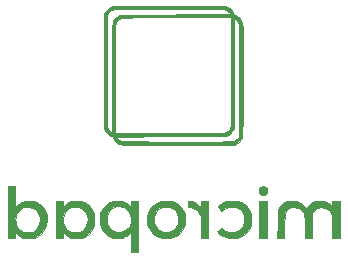
<source format=gbr>
%TF.GenerationSoftware,KiCad,Pcbnew,5.1.9-73d0e3b20d~88~ubuntu20.10.1*%
%TF.CreationDate,2020-12-26T08:06:31-06:00*%
%TF.ProjectId,micropad,6d696372-6f70-4616-942e-6b696361645f,rev?*%
%TF.SameCoordinates,Original*%
%TF.FileFunction,Legend,Bot*%
%TF.FilePolarity,Positive*%
%FSLAX46Y46*%
G04 Gerber Fmt 4.6, Leading zero omitted, Abs format (unit mm)*
G04 Created by KiCad (PCBNEW 5.1.9-73d0e3b20d~88~ubuntu20.10.1) date 2020-12-26 08:06:31*
%MOMM*%
%LPD*%
G01*
G04 APERTURE LIST*
%ADD10C,0.010000*%
G04 APERTURE END LIST*
D10*
%TO.C,G\u002A\u002A\u002A*%
G36*
X49276000Y-76575920D02*
G01*
X49147477Y-76425769D01*
X49024147Y-76311657D01*
X48860272Y-76201335D01*
X48776136Y-76156166D01*
X48669262Y-76105352D01*
X48581304Y-76071459D01*
X48492836Y-76051069D01*
X48384435Y-76040763D01*
X48236676Y-76037125D01*
X48097302Y-76036714D01*
X47905643Y-76038119D01*
X47767543Y-76044249D01*
X47664014Y-76057971D01*
X47576067Y-76082157D01*
X47484714Y-76119676D01*
X47453802Y-76133962D01*
X47180994Y-76300349D01*
X46954990Y-76518578D01*
X46779829Y-76781859D01*
X46659551Y-77083402D01*
X46598194Y-77416416D01*
X46590858Y-77584694D01*
X46620438Y-77944649D01*
X46707655Y-78267592D01*
X46850225Y-78549505D01*
X47045861Y-78786371D01*
X47292279Y-78974172D01*
X47419673Y-79041862D01*
X47545444Y-79096727D01*
X47657012Y-79132112D01*
X47779441Y-79153252D01*
X47937795Y-79165386D01*
X48029966Y-79169399D01*
X48240723Y-79172673D01*
X48400558Y-79162842D01*
X48530225Y-79138165D01*
X48579676Y-79123290D01*
X48787767Y-79033559D01*
X48979365Y-78913278D01*
X49132194Y-78777647D01*
X49187133Y-78708791D01*
X49276000Y-78578010D01*
X49276000Y-80336571D01*
X49856572Y-80336571D01*
X49856572Y-77573613D01*
X49245444Y-77573613D01*
X49215711Y-77872532D01*
X49127404Y-78130300D01*
X48981860Y-78344845D01*
X48780416Y-78514097D01*
X48570127Y-78619311D01*
X48428190Y-78651801D01*
X48247243Y-78662899D01*
X48057527Y-78652918D01*
X47889284Y-78622165D01*
X47856218Y-78611987D01*
X47638051Y-78502784D01*
X47458855Y-78335505D01*
X47315345Y-78108007D01*
X47255137Y-77975279D01*
X47220747Y-77862368D01*
X47205321Y-77737697D01*
X47201985Y-77585794D01*
X47209934Y-77389069D01*
X47236615Y-77237214D01*
X47276657Y-77125038D01*
X47417180Y-76874994D01*
X47590596Y-76689059D01*
X47799937Y-76565201D01*
X48048232Y-76501388D01*
X48221768Y-76491082D01*
X48461959Y-76509127D01*
X48657446Y-76566956D01*
X48828710Y-76672460D01*
X48930608Y-76764169D01*
X49096030Y-76973944D01*
X49199293Y-77213336D01*
X49243328Y-77489885D01*
X49245444Y-77573613D01*
X49856572Y-77573613D01*
X49856572Y-76018571D01*
X49276000Y-76018571D01*
X49276000Y-76575920D01*
G37*
X49276000Y-76575920D02*
X49147477Y-76425769D01*
X49024147Y-76311657D01*
X48860272Y-76201335D01*
X48776136Y-76156166D01*
X48669262Y-76105352D01*
X48581304Y-76071459D01*
X48492836Y-76051069D01*
X48384435Y-76040763D01*
X48236676Y-76037125D01*
X48097302Y-76036714D01*
X47905643Y-76038119D01*
X47767543Y-76044249D01*
X47664014Y-76057971D01*
X47576067Y-76082157D01*
X47484714Y-76119676D01*
X47453802Y-76133962D01*
X47180994Y-76300349D01*
X46954990Y-76518578D01*
X46779829Y-76781859D01*
X46659551Y-77083402D01*
X46598194Y-77416416D01*
X46590858Y-77584694D01*
X46620438Y-77944649D01*
X46707655Y-78267592D01*
X46850225Y-78549505D01*
X47045861Y-78786371D01*
X47292279Y-78974172D01*
X47419673Y-79041862D01*
X47545444Y-79096727D01*
X47657012Y-79132112D01*
X47779441Y-79153252D01*
X47937795Y-79165386D01*
X48029966Y-79169399D01*
X48240723Y-79172673D01*
X48400558Y-79162842D01*
X48530225Y-79138165D01*
X48579676Y-79123290D01*
X48787767Y-79033559D01*
X48979365Y-78913278D01*
X49132194Y-78777647D01*
X49187133Y-78708791D01*
X49276000Y-78578010D01*
X49276000Y-80336571D01*
X49856572Y-80336571D01*
X49856572Y-77573613D01*
X49245444Y-77573613D01*
X49215711Y-77872532D01*
X49127404Y-78130300D01*
X48981860Y-78344845D01*
X48780416Y-78514097D01*
X48570127Y-78619311D01*
X48428190Y-78651801D01*
X48247243Y-78662899D01*
X48057527Y-78652918D01*
X47889284Y-78622165D01*
X47856218Y-78611987D01*
X47638051Y-78502784D01*
X47458855Y-78335505D01*
X47315345Y-78108007D01*
X47255137Y-77975279D01*
X47220747Y-77862368D01*
X47205321Y-77737697D01*
X47201985Y-77585794D01*
X47209934Y-77389069D01*
X47236615Y-77237214D01*
X47276657Y-77125038D01*
X47417180Y-76874994D01*
X47590596Y-76689059D01*
X47799937Y-76565201D01*
X48048232Y-76501388D01*
X48221768Y-76491082D01*
X48461959Y-76509127D01*
X48657446Y-76566956D01*
X48828710Y-76672460D01*
X48930608Y-76764169D01*
X49096030Y-76973944D01*
X49199293Y-77213336D01*
X49243328Y-77489885D01*
X49245444Y-77573613D01*
X49856572Y-77573613D01*
X49856572Y-76018571D01*
X49276000Y-76018571D01*
X49276000Y-76575920D01*
G36*
X42889715Y-79175428D02*
G01*
X43470286Y-79175428D01*
X43470286Y-78617043D01*
X43561832Y-78742021D01*
X43743439Y-78930933D01*
X43979886Y-79081404D01*
X44112603Y-79138764D01*
X44278299Y-79180543D01*
X44487679Y-79204568D01*
X44713927Y-79210302D01*
X44930228Y-79197210D01*
X45109766Y-79164755D01*
X45129050Y-79159072D01*
X45414639Y-79033611D01*
X45659295Y-78851573D01*
X45859274Y-78618700D01*
X46010834Y-78340733D01*
X46110232Y-78023413D01*
X46153725Y-77672481D01*
X46155095Y-77601860D01*
X45563247Y-77601860D01*
X45531912Y-77870188D01*
X45524089Y-77902261D01*
X45424342Y-78175614D01*
X45279755Y-78391905D01*
X45090287Y-78551170D01*
X44855893Y-78653441D01*
X44576532Y-78698752D01*
X44502482Y-78701157D01*
X44336569Y-78695888D01*
X44207399Y-78671421D01*
X44080156Y-78620632D01*
X44059598Y-78610559D01*
X43837480Y-78461705D01*
X43665563Y-78266613D01*
X43547523Y-78034741D01*
X43487031Y-77775546D01*
X43487764Y-77498486D01*
X43536651Y-77264522D01*
X43648131Y-77003796D01*
X43805783Y-76796233D01*
X44005187Y-76645259D01*
X44241920Y-76554301D01*
X44488848Y-76526571D01*
X44775434Y-76554897D01*
X45018042Y-76640581D01*
X45218491Y-76784685D01*
X45378599Y-76988269D01*
X45425033Y-77072952D01*
X45528166Y-77340681D01*
X45563247Y-77601860D01*
X46155095Y-77601860D01*
X46155429Y-77584694D01*
X46123657Y-77239038D01*
X46031033Y-76921609D01*
X45881596Y-76639196D01*
X45679386Y-76398589D01*
X45428441Y-76206580D01*
X45292484Y-76133962D01*
X45198631Y-76092711D01*
X45113774Y-76065069D01*
X45019664Y-76048348D01*
X44898048Y-76039866D01*
X44730674Y-76036936D01*
X44631429Y-76036714D01*
X44439130Y-76037709D01*
X44301713Y-76042573D01*
X44201496Y-76054122D01*
X44120799Y-76075175D01*
X44041940Y-76108550D01*
X43978286Y-76140792D01*
X43835480Y-76230538D01*
X43691399Y-76344664D01*
X43624500Y-76408901D01*
X43470286Y-76572932D01*
X43470286Y-76018571D01*
X42889715Y-76018571D01*
X42889715Y-79175428D01*
G37*
X42889715Y-79175428D02*
X43470286Y-79175428D01*
X43470286Y-78617043D01*
X43561832Y-78742021D01*
X43743439Y-78930933D01*
X43979886Y-79081404D01*
X44112603Y-79138764D01*
X44278299Y-79180543D01*
X44487679Y-79204568D01*
X44713927Y-79210302D01*
X44930228Y-79197210D01*
X45109766Y-79164755D01*
X45129050Y-79159072D01*
X45414639Y-79033611D01*
X45659295Y-78851573D01*
X45859274Y-78618700D01*
X46010834Y-78340733D01*
X46110232Y-78023413D01*
X46153725Y-77672481D01*
X46155095Y-77601860D01*
X45563247Y-77601860D01*
X45531912Y-77870188D01*
X45524089Y-77902261D01*
X45424342Y-78175614D01*
X45279755Y-78391905D01*
X45090287Y-78551170D01*
X44855893Y-78653441D01*
X44576532Y-78698752D01*
X44502482Y-78701157D01*
X44336569Y-78695888D01*
X44207399Y-78671421D01*
X44080156Y-78620632D01*
X44059598Y-78610559D01*
X43837480Y-78461705D01*
X43665563Y-78266613D01*
X43547523Y-78034741D01*
X43487031Y-77775546D01*
X43487764Y-77498486D01*
X43536651Y-77264522D01*
X43648131Y-77003796D01*
X43805783Y-76796233D01*
X44005187Y-76645259D01*
X44241920Y-76554301D01*
X44488848Y-76526571D01*
X44775434Y-76554897D01*
X45018042Y-76640581D01*
X45218491Y-76784685D01*
X45378599Y-76988269D01*
X45425033Y-77072952D01*
X45528166Y-77340681D01*
X45563247Y-77601860D01*
X46155095Y-77601860D01*
X46155429Y-77584694D01*
X46123657Y-77239038D01*
X46031033Y-76921609D01*
X45881596Y-76639196D01*
X45679386Y-76398589D01*
X45428441Y-76206580D01*
X45292484Y-76133962D01*
X45198631Y-76092711D01*
X45113774Y-76065069D01*
X45019664Y-76048348D01*
X44898048Y-76039866D01*
X44730674Y-76036936D01*
X44631429Y-76036714D01*
X44439130Y-76037709D01*
X44301713Y-76042573D01*
X44201496Y-76054122D01*
X44120799Y-76075175D01*
X44041940Y-76108550D01*
X43978286Y-76140792D01*
X43835480Y-76230538D01*
X43691399Y-76344664D01*
X43624500Y-76408901D01*
X43470286Y-76572932D01*
X43470286Y-76018571D01*
X42889715Y-76018571D01*
X42889715Y-79175428D01*
G36*
X38862000Y-79175428D02*
G01*
X39442572Y-79175428D01*
X39442572Y-78617043D01*
X39527785Y-78732544D01*
X39705853Y-78918994D01*
X39932634Y-79070487D01*
X40082162Y-79137744D01*
X40250269Y-79180273D01*
X40461789Y-79204670D01*
X40689723Y-79210368D01*
X40907071Y-79196803D01*
X41086833Y-79163409D01*
X41101336Y-79159072D01*
X41386925Y-79033611D01*
X41631581Y-78851573D01*
X41831560Y-78618700D01*
X41983120Y-78340733D01*
X42082518Y-78023413D01*
X42126011Y-77672481D01*
X42127715Y-77584694D01*
X42118408Y-77483438D01*
X41529983Y-77483438D01*
X41529973Y-77716874D01*
X41479417Y-77957677D01*
X41386191Y-78186235D01*
X41258171Y-78382938D01*
X41113192Y-78521234D01*
X40919190Y-78626949D01*
X40693929Y-78685336D01*
X40474768Y-78701157D01*
X40308854Y-78695888D01*
X40179684Y-78671421D01*
X40052442Y-78620632D01*
X40031884Y-78610559D01*
X39808156Y-78459300D01*
X39629409Y-78252958D01*
X39538415Y-78088700D01*
X39495494Y-77969735D01*
X39471829Y-77833124D01*
X39463484Y-77654046D01*
X39463305Y-77615142D01*
X39479381Y-77362701D01*
X39532501Y-77155202D01*
X39630008Y-76971374D01*
X39729236Y-76844668D01*
X39915042Y-76685321D01*
X40136867Y-76579466D01*
X40380635Y-76528090D01*
X40632267Y-76532179D01*
X40877686Y-76592720D01*
X41102814Y-76710699D01*
X41149112Y-76745166D01*
X41273365Y-76876931D01*
X41386214Y-77056684D01*
X41474981Y-77259853D01*
X41526990Y-77461867D01*
X41529983Y-77483438D01*
X42118408Y-77483438D01*
X42095942Y-77239038D01*
X42003318Y-76921609D01*
X41853882Y-76639196D01*
X41651672Y-76398589D01*
X41400727Y-76206580D01*
X41264770Y-76133962D01*
X41168692Y-76091883D01*
X41081717Y-76063999D01*
X40984857Y-76047438D01*
X40859123Y-76039332D01*
X40685527Y-76036810D01*
X40621270Y-76036714D01*
X40433798Y-76037695D01*
X40299468Y-76042917D01*
X40198856Y-76055799D01*
X40112537Y-76079758D01*
X40021087Y-76118212D01*
X39942436Y-76156166D01*
X39769696Y-76257009D01*
X39623226Y-76372005D01*
X39571095Y-76425769D01*
X39442572Y-76575920D01*
X39442572Y-74784857D01*
X38862000Y-74784857D01*
X38862000Y-79175428D01*
G37*
X38862000Y-79175428D02*
X39442572Y-79175428D01*
X39442572Y-78617043D01*
X39527785Y-78732544D01*
X39705853Y-78918994D01*
X39932634Y-79070487D01*
X40082162Y-79137744D01*
X40250269Y-79180273D01*
X40461789Y-79204670D01*
X40689723Y-79210368D01*
X40907071Y-79196803D01*
X41086833Y-79163409D01*
X41101336Y-79159072D01*
X41386925Y-79033611D01*
X41631581Y-78851573D01*
X41831560Y-78618700D01*
X41983120Y-78340733D01*
X42082518Y-78023413D01*
X42126011Y-77672481D01*
X42127715Y-77584694D01*
X42118408Y-77483438D01*
X41529983Y-77483438D01*
X41529973Y-77716874D01*
X41479417Y-77957677D01*
X41386191Y-78186235D01*
X41258171Y-78382938D01*
X41113192Y-78521234D01*
X40919190Y-78626949D01*
X40693929Y-78685336D01*
X40474768Y-78701157D01*
X40308854Y-78695888D01*
X40179684Y-78671421D01*
X40052442Y-78620632D01*
X40031884Y-78610559D01*
X39808156Y-78459300D01*
X39629409Y-78252958D01*
X39538415Y-78088700D01*
X39495494Y-77969735D01*
X39471829Y-77833124D01*
X39463484Y-77654046D01*
X39463305Y-77615142D01*
X39479381Y-77362701D01*
X39532501Y-77155202D01*
X39630008Y-76971374D01*
X39729236Y-76844668D01*
X39915042Y-76685321D01*
X40136867Y-76579466D01*
X40380635Y-76528090D01*
X40632267Y-76532179D01*
X40877686Y-76592720D01*
X41102814Y-76710699D01*
X41149112Y-76745166D01*
X41273365Y-76876931D01*
X41386214Y-77056684D01*
X41474981Y-77259853D01*
X41526990Y-77461867D01*
X41529983Y-77483438D01*
X42118408Y-77483438D01*
X42095942Y-77239038D01*
X42003318Y-76921609D01*
X41853882Y-76639196D01*
X41651672Y-76398589D01*
X41400727Y-76206580D01*
X41264770Y-76133962D01*
X41168692Y-76091883D01*
X41081717Y-76063999D01*
X40984857Y-76047438D01*
X40859123Y-76039332D01*
X40685527Y-76036810D01*
X40621270Y-76036714D01*
X40433798Y-76037695D01*
X40299468Y-76042917D01*
X40198856Y-76055799D01*
X40112537Y-76079758D01*
X40021087Y-76118212D01*
X39942436Y-76156166D01*
X39769696Y-76257009D01*
X39623226Y-76372005D01*
X39571095Y-76425769D01*
X39442572Y-76575920D01*
X39442572Y-74784857D01*
X38862000Y-74784857D01*
X38862000Y-79175428D01*
G36*
X65008476Y-76025483D02*
G01*
X64802989Y-76051486D01*
X64652257Y-76090795D01*
X64466296Y-76190858D01*
X64289264Y-76339893D01*
X64145245Y-76515898D01*
X64098189Y-76596916D01*
X64035344Y-76721689D01*
X63981219Y-76615058D01*
X63874780Y-76458847D01*
X63722476Y-76303554D01*
X63547707Y-76171752D01*
X63481858Y-76133365D01*
X63400281Y-76092640D01*
X63325295Y-76065272D01*
X63239628Y-76048633D01*
X63126010Y-76040093D01*
X62967169Y-76037023D01*
X62846858Y-76036714D01*
X62649478Y-76038201D01*
X62508301Y-76044088D01*
X62406993Y-76056516D01*
X62329219Y-76077625D01*
X62258647Y-76109554D01*
X62248143Y-76115155D01*
X62019845Y-76279017D01*
X61838686Y-76496294D01*
X61761675Y-76635428D01*
X61667572Y-76835000D01*
X61656639Y-78005214D01*
X61645705Y-79175428D01*
X62230000Y-79175428D01*
X62230887Y-78241071D01*
X62232569Y-77978145D01*
X62236830Y-77730736D01*
X62243257Y-77510779D01*
X62251435Y-77330209D01*
X62260948Y-77200960D01*
X62269033Y-77143428D01*
X62350460Y-76919867D01*
X62480331Y-76750325D01*
X62658541Y-76634879D01*
X62884985Y-76573607D01*
X63052178Y-76562857D01*
X63299824Y-76588098D01*
X63504345Y-76667093D01*
X63676286Y-76804748D01*
X63743999Y-76884722D01*
X63809805Y-76977522D01*
X63861739Y-77070806D01*
X63901401Y-77174467D01*
X63930391Y-77298399D01*
X63950308Y-77452494D01*
X63962752Y-77646647D01*
X63969323Y-77890748D01*
X63971620Y-78194692D01*
X63971715Y-78293014D01*
X63971715Y-79175428D01*
X64546385Y-79175428D01*
X64560258Y-78150357D01*
X64565169Y-77827200D01*
X64571213Y-77567730D01*
X64579893Y-77363067D01*
X64592710Y-77204325D01*
X64611166Y-77082624D01*
X64636764Y-76989080D01*
X64671005Y-76914811D01*
X64715391Y-76850934D01*
X64771424Y-76788566D01*
X64794500Y-76765011D01*
X64934080Y-76654741D01*
X65097337Y-76589919D01*
X65302798Y-76564022D01*
X65368715Y-76562857D01*
X65627136Y-76590092D01*
X65842259Y-76674190D01*
X66020063Y-76818739D01*
X66166532Y-77027329D01*
X66177856Y-77048369D01*
X66275857Y-77234142D01*
X66298329Y-79175428D01*
X66910858Y-79175428D01*
X66910858Y-76018571D01*
X66294000Y-76018571D01*
X66294000Y-76579703D01*
X66205524Y-76449499D01*
X66092010Y-76324956D01*
X65933391Y-76205028D01*
X65755956Y-76107358D01*
X65622715Y-76058330D01*
X65445755Y-76027988D01*
X65231870Y-76017345D01*
X65008476Y-76025483D01*
G37*
X65008476Y-76025483D02*
X64802989Y-76051486D01*
X64652257Y-76090795D01*
X64466296Y-76190858D01*
X64289264Y-76339893D01*
X64145245Y-76515898D01*
X64098189Y-76596916D01*
X64035344Y-76721689D01*
X63981219Y-76615058D01*
X63874780Y-76458847D01*
X63722476Y-76303554D01*
X63547707Y-76171752D01*
X63481858Y-76133365D01*
X63400281Y-76092640D01*
X63325295Y-76065272D01*
X63239628Y-76048633D01*
X63126010Y-76040093D01*
X62967169Y-76037023D01*
X62846858Y-76036714D01*
X62649478Y-76038201D01*
X62508301Y-76044088D01*
X62406993Y-76056516D01*
X62329219Y-76077625D01*
X62258647Y-76109554D01*
X62248143Y-76115155D01*
X62019845Y-76279017D01*
X61838686Y-76496294D01*
X61761675Y-76635428D01*
X61667572Y-76835000D01*
X61656639Y-78005214D01*
X61645705Y-79175428D01*
X62230000Y-79175428D01*
X62230887Y-78241071D01*
X62232569Y-77978145D01*
X62236830Y-77730736D01*
X62243257Y-77510779D01*
X62251435Y-77330209D01*
X62260948Y-77200960D01*
X62269033Y-77143428D01*
X62350460Y-76919867D01*
X62480331Y-76750325D01*
X62658541Y-76634879D01*
X62884985Y-76573607D01*
X63052178Y-76562857D01*
X63299824Y-76588098D01*
X63504345Y-76667093D01*
X63676286Y-76804748D01*
X63743999Y-76884722D01*
X63809805Y-76977522D01*
X63861739Y-77070806D01*
X63901401Y-77174467D01*
X63930391Y-77298399D01*
X63950308Y-77452494D01*
X63962752Y-77646647D01*
X63969323Y-77890748D01*
X63971620Y-78194692D01*
X63971715Y-78293014D01*
X63971715Y-79175428D01*
X64546385Y-79175428D01*
X64560258Y-78150357D01*
X64565169Y-77827200D01*
X64571213Y-77567730D01*
X64579893Y-77363067D01*
X64592710Y-77204325D01*
X64611166Y-77082624D01*
X64636764Y-76989080D01*
X64671005Y-76914811D01*
X64715391Y-76850934D01*
X64771424Y-76788566D01*
X64794500Y-76765011D01*
X64934080Y-76654741D01*
X65097337Y-76589919D01*
X65302798Y-76564022D01*
X65368715Y-76562857D01*
X65627136Y-76590092D01*
X65842259Y-76674190D01*
X66020063Y-76818739D01*
X66166532Y-77027329D01*
X66177856Y-77048369D01*
X66275857Y-77234142D01*
X66298329Y-79175428D01*
X66910858Y-79175428D01*
X66910858Y-76018571D01*
X66294000Y-76018571D01*
X66294000Y-76579703D01*
X66205524Y-76449499D01*
X66092010Y-76324956D01*
X65933391Y-76205028D01*
X65755956Y-76107358D01*
X65622715Y-76058330D01*
X65445755Y-76027988D01*
X65231870Y-76017345D01*
X65008476Y-76025483D01*
G36*
X60125429Y-79175428D02*
G01*
X60742286Y-79175428D01*
X60742286Y-76018571D01*
X60125429Y-76018571D01*
X60125429Y-79175428D01*
G37*
X60125429Y-79175428D02*
X60742286Y-79175428D01*
X60742286Y-76018571D01*
X60125429Y-76018571D01*
X60125429Y-79175428D01*
G36*
X57821286Y-76037974D02*
G01*
X57608827Y-76039888D01*
X57452452Y-76045699D01*
X57335700Y-76057347D01*
X57242110Y-76076771D01*
X57155221Y-76105908D01*
X57118656Y-76120716D01*
X56970106Y-76190908D01*
X56829807Y-76271090D01*
X56712501Y-76351248D01*
X56632930Y-76421367D01*
X56605715Y-76469146D01*
X56627052Y-76520627D01*
X56682767Y-76607909D01*
X56754239Y-76703630D01*
X56902764Y-76890169D01*
X57045586Y-76777053D01*
X57272495Y-76637683D01*
X57522639Y-76553174D01*
X57782458Y-76523127D01*
X58038389Y-76547141D01*
X58276871Y-76624819D01*
X58484342Y-76755760D01*
X58554213Y-76821485D01*
X58704064Y-77020989D01*
X58795751Y-77247178D01*
X58833646Y-77512121D01*
X58835203Y-77597000D01*
X58804508Y-77893520D01*
X58715952Y-78146894D01*
X58569983Y-78356360D01*
X58367045Y-78521160D01*
X58256715Y-78580803D01*
X58034620Y-78649894D01*
X57784602Y-78668577D01*
X57527566Y-78639755D01*
X57284417Y-78566329D01*
X57076060Y-78451201D01*
X57024307Y-78409708D01*
X56944852Y-78345489D01*
X56886608Y-78308292D01*
X56874441Y-78304571D01*
X56834297Y-78328151D01*
X56761094Y-78389267D01*
X56690545Y-78455489D01*
X56607098Y-78544843D01*
X56569116Y-78615766D01*
X56580361Y-78681481D01*
X56644592Y-78755213D01*
X56765571Y-78850183D01*
X56812430Y-78884031D01*
X57042862Y-79022150D01*
X57289434Y-79113151D01*
X57568899Y-79161691D01*
X57852323Y-79173001D01*
X58026900Y-79167339D01*
X58190768Y-79154154D01*
X58319535Y-79135749D01*
X58365572Y-79124550D01*
X58675309Y-78991373D01*
X58936658Y-78805951D01*
X59146459Y-78572794D01*
X59301550Y-78296412D01*
X59398770Y-77981316D01*
X59434960Y-77632016D01*
X59435113Y-77598447D01*
X59402794Y-77244044D01*
X59310050Y-76924420D01*
X59159340Y-76643709D01*
X58953125Y-76406046D01*
X58693865Y-76215565D01*
X58575131Y-76153165D01*
X58474880Y-76106947D01*
X58391705Y-76074963D01*
X58308745Y-76054636D01*
X58209136Y-76043389D01*
X58076017Y-76038645D01*
X57892524Y-76037829D01*
X57821286Y-76037974D01*
G37*
X57821286Y-76037974D02*
X57608827Y-76039888D01*
X57452452Y-76045699D01*
X57335700Y-76057347D01*
X57242110Y-76076771D01*
X57155221Y-76105908D01*
X57118656Y-76120716D01*
X56970106Y-76190908D01*
X56829807Y-76271090D01*
X56712501Y-76351248D01*
X56632930Y-76421367D01*
X56605715Y-76469146D01*
X56627052Y-76520627D01*
X56682767Y-76607909D01*
X56754239Y-76703630D01*
X56902764Y-76890169D01*
X57045586Y-76777053D01*
X57272495Y-76637683D01*
X57522639Y-76553174D01*
X57782458Y-76523127D01*
X58038389Y-76547141D01*
X58276871Y-76624819D01*
X58484342Y-76755760D01*
X58554213Y-76821485D01*
X58704064Y-77020989D01*
X58795751Y-77247178D01*
X58833646Y-77512121D01*
X58835203Y-77597000D01*
X58804508Y-77893520D01*
X58715952Y-78146894D01*
X58569983Y-78356360D01*
X58367045Y-78521160D01*
X58256715Y-78580803D01*
X58034620Y-78649894D01*
X57784602Y-78668577D01*
X57527566Y-78639755D01*
X57284417Y-78566329D01*
X57076060Y-78451201D01*
X57024307Y-78409708D01*
X56944852Y-78345489D01*
X56886608Y-78308292D01*
X56874441Y-78304571D01*
X56834297Y-78328151D01*
X56761094Y-78389267D01*
X56690545Y-78455489D01*
X56607098Y-78544843D01*
X56569116Y-78615766D01*
X56580361Y-78681481D01*
X56644592Y-78755213D01*
X56765571Y-78850183D01*
X56812430Y-78884031D01*
X57042862Y-79022150D01*
X57289434Y-79113151D01*
X57568899Y-79161691D01*
X57852323Y-79173001D01*
X58026900Y-79167339D01*
X58190768Y-79154154D01*
X58319535Y-79135749D01*
X58365572Y-79124550D01*
X58675309Y-78991373D01*
X58936658Y-78805951D01*
X59146459Y-78572794D01*
X59301550Y-78296412D01*
X59398770Y-77981316D01*
X59434960Y-77632016D01*
X59435113Y-77598447D01*
X59402794Y-77244044D01*
X59310050Y-76924420D01*
X59159340Y-76643709D01*
X58953125Y-76406046D01*
X58693865Y-76215565D01*
X58575131Y-76153165D01*
X58474880Y-76106947D01*
X58391705Y-76074963D01*
X58308745Y-76054636D01*
X58209136Y-76043389D01*
X58076017Y-76038645D01*
X57892524Y-76037829D01*
X57821286Y-76037974D01*
G36*
X55154286Y-76557051D02*
G01*
X54942700Y-76345465D01*
X54729319Y-76170052D01*
X54504731Y-76062940D01*
X54259329Y-76019875D01*
X54204272Y-76018571D01*
X54065715Y-76018571D01*
X54065715Y-76562857D01*
X54219929Y-76565617D01*
X54464694Y-76604845D01*
X54687743Y-76709142D01*
X54879215Y-76871981D01*
X55029246Y-77086836D01*
X55040480Y-77108702D01*
X55154286Y-77336448D01*
X55154286Y-79175428D01*
X55771143Y-79175428D01*
X55771143Y-76018571D01*
X55154286Y-76018571D01*
X55154286Y-76557051D01*
G37*
X55154286Y-76557051D02*
X54942700Y-76345465D01*
X54729319Y-76170052D01*
X54504731Y-76062940D01*
X54259329Y-76019875D01*
X54204272Y-76018571D01*
X54065715Y-76018571D01*
X54065715Y-76562857D01*
X54219929Y-76565617D01*
X54464694Y-76604845D01*
X54687743Y-76709142D01*
X54879215Y-76871981D01*
X55029246Y-77086836D01*
X55040480Y-77108702D01*
X55154286Y-77336448D01*
X55154286Y-79175428D01*
X55771143Y-79175428D01*
X55771143Y-76018571D01*
X55154286Y-76018571D01*
X55154286Y-76557051D01*
G36*
X51924683Y-76034911D02*
G01*
X51791852Y-76048428D01*
X51685297Y-76071433D01*
X51581875Y-76109139D01*
X51458442Y-76166763D01*
X51439700Y-76175998D01*
X51157715Y-76352621D01*
X50931212Y-76575825D01*
X50761046Y-76844418D01*
X50648071Y-77157204D01*
X50613232Y-77330223D01*
X50592199Y-77678424D01*
X50636453Y-78007675D01*
X50742586Y-78311043D01*
X50907185Y-78581598D01*
X51126842Y-78812408D01*
X51398145Y-78996542D01*
X51444963Y-79020638D01*
X51565590Y-79078711D01*
X51662132Y-79117842D01*
X51754885Y-79142193D01*
X51864145Y-79155924D01*
X52010208Y-79163197D01*
X52158761Y-79166975D01*
X52362427Y-79169270D01*
X52513615Y-79164344D01*
X52632230Y-79150196D01*
X52738177Y-79124828D01*
X52808790Y-79101688D01*
X52981121Y-79035055D01*
X53116245Y-78964847D01*
X53242009Y-78873814D01*
X53386262Y-78744708D01*
X53388394Y-78742692D01*
X53593432Y-78500063D01*
X53737794Y-78218290D01*
X53820973Y-77898806D01*
X53842462Y-77543040D01*
X53842423Y-77542080D01*
X53248809Y-77542080D01*
X53240747Y-77767535D01*
X53201490Y-77970819D01*
X53171350Y-78052415D01*
X53026910Y-78294324D01*
X52841121Y-78478232D01*
X52617972Y-78601483D01*
X52361450Y-78661419D01*
X52248821Y-78667074D01*
X52092683Y-78658279D01*
X51937942Y-78635193D01*
X51847646Y-78611987D01*
X51624824Y-78499429D01*
X51440022Y-78325939D01*
X51324923Y-78154187D01*
X51274860Y-78057897D01*
X51243254Y-77973707D01*
X51225917Y-77879935D01*
X51218661Y-77754895D01*
X51217286Y-77597000D01*
X51219038Y-77425068D01*
X51227085Y-77303993D01*
X51245617Y-77212091D01*
X51278822Y-77127679D01*
X51324923Y-77039812D01*
X51478016Y-76823388D01*
X51666022Y-76667789D01*
X51893643Y-76570413D01*
X52165576Y-76528652D01*
X52250768Y-76526571D01*
X52516549Y-76560292D01*
X52753327Y-76658982D01*
X52955552Y-76818933D01*
X53117672Y-77036436D01*
X53171350Y-77141585D01*
X53225677Y-77323686D01*
X53248809Y-77542080D01*
X53842423Y-77542080D01*
X53839416Y-77469467D01*
X53788789Y-77132956D01*
X53676827Y-76834422D01*
X53502462Y-76571407D01*
X53400267Y-76460947D01*
X53184854Y-76278400D01*
X52958203Y-76148242D01*
X52706918Y-76065963D01*
X52417604Y-76027056D01*
X52106935Y-76025668D01*
X51924683Y-76034911D01*
G37*
X51924683Y-76034911D02*
X51791852Y-76048428D01*
X51685297Y-76071433D01*
X51581875Y-76109139D01*
X51458442Y-76166763D01*
X51439700Y-76175998D01*
X51157715Y-76352621D01*
X50931212Y-76575825D01*
X50761046Y-76844418D01*
X50648071Y-77157204D01*
X50613232Y-77330223D01*
X50592199Y-77678424D01*
X50636453Y-78007675D01*
X50742586Y-78311043D01*
X50907185Y-78581598D01*
X51126842Y-78812408D01*
X51398145Y-78996542D01*
X51444963Y-79020638D01*
X51565590Y-79078711D01*
X51662132Y-79117842D01*
X51754885Y-79142193D01*
X51864145Y-79155924D01*
X52010208Y-79163197D01*
X52158761Y-79166975D01*
X52362427Y-79169270D01*
X52513615Y-79164344D01*
X52632230Y-79150196D01*
X52738177Y-79124828D01*
X52808790Y-79101688D01*
X52981121Y-79035055D01*
X53116245Y-78964847D01*
X53242009Y-78873814D01*
X53386262Y-78744708D01*
X53388394Y-78742692D01*
X53593432Y-78500063D01*
X53737794Y-78218290D01*
X53820973Y-77898806D01*
X53842462Y-77543040D01*
X53842423Y-77542080D01*
X53248809Y-77542080D01*
X53240747Y-77767535D01*
X53201490Y-77970819D01*
X53171350Y-78052415D01*
X53026910Y-78294324D01*
X52841121Y-78478232D01*
X52617972Y-78601483D01*
X52361450Y-78661419D01*
X52248821Y-78667074D01*
X52092683Y-78658279D01*
X51937942Y-78635193D01*
X51847646Y-78611987D01*
X51624824Y-78499429D01*
X51440022Y-78325939D01*
X51324923Y-78154187D01*
X51274860Y-78057897D01*
X51243254Y-77973707D01*
X51225917Y-77879935D01*
X51218661Y-77754895D01*
X51217286Y-77597000D01*
X51219038Y-77425068D01*
X51227085Y-77303993D01*
X51245617Y-77212091D01*
X51278822Y-77127679D01*
X51324923Y-77039812D01*
X51478016Y-76823388D01*
X51666022Y-76667789D01*
X51893643Y-76570413D01*
X52165576Y-76528652D01*
X52250768Y-76526571D01*
X52516549Y-76560292D01*
X52753327Y-76658982D01*
X52955552Y-76818933D01*
X53117672Y-77036436D01*
X53171350Y-77141585D01*
X53225677Y-77323686D01*
X53248809Y-77542080D01*
X53842423Y-77542080D01*
X53839416Y-77469467D01*
X53788789Y-77132956D01*
X53676827Y-76834422D01*
X53502462Y-76571407D01*
X53400267Y-76460947D01*
X53184854Y-76278400D01*
X52958203Y-76148242D01*
X52706918Y-76065963D01*
X52417604Y-76027056D01*
X52106935Y-76025668D01*
X51924683Y-76034911D01*
G36*
X60266946Y-74810115D02*
G01*
X60159980Y-74886968D01*
X60101743Y-75017031D01*
X60089143Y-75147714D01*
X60112462Y-75317978D01*
X60183413Y-75433842D01*
X60303487Y-75496923D01*
X60424134Y-75510571D01*
X60542174Y-75497804D01*
X60641453Y-75466052D01*
X60660231Y-75455073D01*
X60739880Y-75359394D01*
X60783708Y-75223138D01*
X60784887Y-75072253D01*
X60774237Y-75021784D01*
X60708805Y-74890221D01*
X60597573Y-74812273D01*
X60436125Y-74784952D01*
X60424134Y-74784857D01*
X60266946Y-74810115D01*
G37*
X60266946Y-74810115D02*
X60159980Y-74886968D01*
X60101743Y-75017031D01*
X60089143Y-75147714D01*
X60112462Y-75317978D01*
X60183413Y-75433842D01*
X60303487Y-75496923D01*
X60424134Y-75510571D01*
X60542174Y-75497804D01*
X60641453Y-75466052D01*
X60660231Y-75455073D01*
X60739880Y-75359394D01*
X60783708Y-75223138D01*
X60784887Y-75072253D01*
X60774237Y-75021784D01*
X60708805Y-74890221D01*
X60597573Y-74812273D01*
X60436125Y-74784952D01*
X60424134Y-74784857D01*
X60266946Y-74810115D01*
G36*
X51771176Y-59508592D02*
G01*
X51160086Y-59508694D01*
X50613895Y-59508934D01*
X50128764Y-59509367D01*
X49700857Y-59510051D01*
X49326338Y-59511042D01*
X49001370Y-59512397D01*
X48722115Y-59514172D01*
X48484737Y-59516425D01*
X48285400Y-59519212D01*
X48120266Y-59522590D01*
X47985498Y-59526615D01*
X47877261Y-59531344D01*
X47791716Y-59536834D01*
X47725028Y-59543141D01*
X47673359Y-59550322D01*
X47632873Y-59558434D01*
X47599732Y-59567533D01*
X47570101Y-59577677D01*
X47561686Y-59580795D01*
X47374769Y-59681495D01*
X47196071Y-59832491D01*
X47048436Y-60012997D01*
X47003018Y-60089142D01*
X46993373Y-60109479D01*
X46984693Y-60134768D01*
X46976926Y-60168736D01*
X46970023Y-60215106D01*
X46963933Y-60277605D01*
X46958604Y-60359956D01*
X46953987Y-60465886D01*
X46950029Y-60599118D01*
X46946681Y-60763378D01*
X46943892Y-60962390D01*
X46941612Y-61199880D01*
X46939788Y-61479572D01*
X46938372Y-61805192D01*
X46937311Y-62180464D01*
X46936556Y-62609113D01*
X46936055Y-63094864D01*
X46935758Y-63641442D01*
X46935614Y-64252572D01*
X46935572Y-64931979D01*
X46935572Y-69868143D01*
X47014156Y-70014916D01*
X47110005Y-70154838D01*
X47240573Y-70295024D01*
X47384085Y-70415220D01*
X47518766Y-70495173D01*
X47539261Y-70503322D01*
X47634988Y-70556515D01*
X47702451Y-70647319D01*
X47728730Y-70704625D01*
X47791626Y-70815271D01*
X47887338Y-70939563D01*
X47967748Y-71023934D01*
X48008240Y-71063285D01*
X48043799Y-71098747D01*
X48078203Y-71130520D01*
X48115229Y-71158803D01*
X48158655Y-71183794D01*
X48212260Y-71205691D01*
X48279820Y-71224694D01*
X48365114Y-71241000D01*
X48471919Y-71254810D01*
X48604014Y-71266320D01*
X48765175Y-71275731D01*
X48959181Y-71283240D01*
X49189809Y-71289046D01*
X49460837Y-71293348D01*
X49776043Y-71296345D01*
X50139205Y-71298235D01*
X50554101Y-71299217D01*
X51024508Y-71299489D01*
X51554203Y-71299251D01*
X52146966Y-71298700D01*
X52806573Y-71298036D01*
X53174229Y-71297714D01*
X53751035Y-71297043D01*
X54308995Y-71295984D01*
X54843673Y-71294566D01*
X55350633Y-71292817D01*
X55825441Y-71290768D01*
X56263660Y-71288447D01*
X56660856Y-71285882D01*
X57012593Y-71283103D01*
X57314435Y-71280138D01*
X57561947Y-71277018D01*
X57750694Y-71273770D01*
X57876241Y-71270423D01*
X57934151Y-71267007D01*
X57936240Y-71266620D01*
X58169760Y-71174302D01*
X58378492Y-71016837D01*
X58556653Y-70799116D01*
X58624360Y-70684571D01*
X58634166Y-70663995D01*
X58642994Y-70638406D01*
X58650905Y-70604032D01*
X58657960Y-70557104D01*
X58664218Y-70493851D01*
X58669739Y-70410501D01*
X58674585Y-70303283D01*
X58678816Y-70168428D01*
X58682492Y-70002164D01*
X58685672Y-69800720D01*
X58688419Y-69560325D01*
X58690792Y-69277209D01*
X58692851Y-68947601D01*
X58694657Y-68567730D01*
X58696271Y-68133826D01*
X58697752Y-67642116D01*
X58699161Y-67088831D01*
X58700558Y-66470201D01*
X58701879Y-65842929D01*
X58703227Y-65152208D01*
X58704246Y-64530344D01*
X58704902Y-63973624D01*
X58705130Y-63538727D01*
X58419927Y-63538727D01*
X58419915Y-64052981D01*
X58419655Y-64629706D01*
X58419344Y-65272660D01*
X58419203Y-65755198D01*
X58419054Y-66435641D01*
X58418813Y-67047306D01*
X58418428Y-67593986D01*
X58417846Y-68079476D01*
X58417012Y-68507567D01*
X58415875Y-68882055D01*
X58414381Y-69206732D01*
X58412477Y-69485392D01*
X58410110Y-69721828D01*
X58407226Y-69919834D01*
X58403773Y-70083203D01*
X58399697Y-70215729D01*
X58394945Y-70321205D01*
X58389465Y-70403425D01*
X58383202Y-70466181D01*
X58376104Y-70513268D01*
X58368118Y-70548479D01*
X58359190Y-70575607D01*
X58351419Y-70593857D01*
X58235619Y-70773940D01*
X58068569Y-70913207D01*
X58002715Y-70951070D01*
X57981837Y-70959409D01*
X57949936Y-70966890D01*
X57903333Y-70973549D01*
X57838349Y-70979425D01*
X57751304Y-70984555D01*
X57638520Y-70988977D01*
X57496317Y-70992729D01*
X57321016Y-70995848D01*
X57108938Y-70998371D01*
X56856405Y-71000337D01*
X56559736Y-71001783D01*
X56215253Y-71002747D01*
X55819277Y-71003266D01*
X55368129Y-71003378D01*
X54858129Y-71003120D01*
X54285599Y-71002531D01*
X53646859Y-71001647D01*
X53137320Y-71000840D01*
X48380783Y-70993000D01*
X48237988Y-70894038D01*
X48135372Y-70808919D01*
X48050249Y-70714855D01*
X48030720Y-70685934D01*
X47966248Y-70576792D01*
X52621624Y-70567181D01*
X57277000Y-70557571D01*
X57422143Y-70479003D01*
X57588200Y-70362696D01*
X57748855Y-70205154D01*
X57876622Y-70034271D01*
X57898931Y-69995143D01*
X57908755Y-69974300D01*
X57917609Y-69948124D01*
X57925560Y-69912825D01*
X57932676Y-69864609D01*
X57939024Y-69799686D01*
X57944673Y-69714263D01*
X57949691Y-69604548D01*
X57954145Y-69466751D01*
X57958103Y-69297078D01*
X57961633Y-69091738D01*
X57964802Y-68846940D01*
X57967679Y-68558892D01*
X57970331Y-68223802D01*
X57972826Y-67837877D01*
X57975233Y-67397327D01*
X57977618Y-66898359D01*
X57980049Y-66337182D01*
X57982595Y-65710004D01*
X57984572Y-65206392D01*
X58002715Y-60544642D01*
X58153199Y-60680602D01*
X58191333Y-60712989D01*
X58225673Y-60740205D01*
X58256416Y-60766006D01*
X58283760Y-60794151D01*
X58307901Y-60828398D01*
X58329037Y-60872505D01*
X58347364Y-60930229D01*
X58363079Y-61005329D01*
X58376379Y-61101562D01*
X58387462Y-61222686D01*
X58396524Y-61372460D01*
X58403763Y-61554642D01*
X58409375Y-61772988D01*
X58413556Y-62031258D01*
X58416506Y-62333209D01*
X58418419Y-62682598D01*
X58419494Y-63083185D01*
X58419927Y-63538727D01*
X58705130Y-63538727D01*
X58705162Y-63478334D01*
X58704992Y-63040761D01*
X58704356Y-62657190D01*
X58703221Y-62323909D01*
X58701552Y-62037204D01*
X58699316Y-61793361D01*
X58696478Y-61588667D01*
X58693004Y-61419407D01*
X58688860Y-61281869D01*
X58684011Y-61172340D01*
X58678423Y-61087104D01*
X58672063Y-61022450D01*
X58664895Y-60974662D01*
X58656886Y-60940028D01*
X58656710Y-60939419D01*
X58575865Y-60758429D01*
X58448229Y-60581349D01*
X58352697Y-60488285D01*
X57730572Y-60488285D01*
X57729706Y-65033071D01*
X57729345Y-65603952D01*
X57728505Y-66156295D01*
X57727216Y-66685584D01*
X57725510Y-67187299D01*
X57723420Y-67656922D01*
X57720977Y-68089936D01*
X57718213Y-68481823D01*
X57715159Y-68828063D01*
X57711847Y-69124139D01*
X57708309Y-69365534D01*
X57704577Y-69547728D01*
X57700682Y-69666204D01*
X57696822Y-69715790D01*
X57616889Y-69914592D01*
X57483321Y-70087443D01*
X57311697Y-70218350D01*
X57141125Y-70286257D01*
X57090585Y-70289791D01*
X56971955Y-70293255D01*
X56789720Y-70296618D01*
X56548362Y-70299850D01*
X56252365Y-70302919D01*
X55906210Y-70305797D01*
X55514382Y-70308452D01*
X55081362Y-70310854D01*
X54611634Y-70312972D01*
X54109681Y-70314777D01*
X53579985Y-70316237D01*
X53027030Y-70317323D01*
X52460072Y-70318000D01*
X47897143Y-70321714D01*
X47897346Y-65740642D01*
X47897648Y-64971537D01*
X47898491Y-64274001D01*
X47899882Y-63647037D01*
X47901829Y-63089645D01*
X47904341Y-62600825D01*
X47907426Y-62179579D01*
X47911091Y-61824907D01*
X47915347Y-61535810D01*
X47920200Y-61311289D01*
X47925659Y-61150345D01*
X47931732Y-61051978D01*
X47936352Y-61019824D01*
X48004223Y-60879527D01*
X48119749Y-60738485D01*
X48261444Y-60618001D01*
X48407820Y-60539375D01*
X48427496Y-60532911D01*
X48467028Y-60525995D01*
X48538999Y-60519768D01*
X48646460Y-60514202D01*
X48792464Y-60509266D01*
X48980063Y-60504933D01*
X49212310Y-60501174D01*
X49492257Y-60497959D01*
X49822955Y-60495260D01*
X50207458Y-60493048D01*
X50648818Y-60491295D01*
X51150086Y-60489971D01*
X51714315Y-60489048D01*
X52344558Y-60488497D01*
X53043866Y-60488289D01*
X53153710Y-60488285D01*
X57730572Y-60488285D01*
X58352697Y-60488285D01*
X58292976Y-60430107D01*
X58129277Y-60326632D01*
X58115890Y-60320867D01*
X58001286Y-60259465D01*
X57964307Y-60216142D01*
X57676143Y-60216142D01*
X48350715Y-60252428D01*
X48178455Y-60337261D01*
X48046895Y-60419803D01*
X47919923Y-60526969D01*
X47881067Y-60568277D01*
X47847011Y-60606664D01*
X47816360Y-60640680D01*
X47788933Y-60674141D01*
X47764553Y-60710862D01*
X47743040Y-60754657D01*
X47724217Y-60809342D01*
X47707905Y-60878732D01*
X47693924Y-60966642D01*
X47682097Y-61076888D01*
X47672245Y-61213284D01*
X47664190Y-61379645D01*
X47657752Y-61579787D01*
X47652753Y-61817525D01*
X47649015Y-62096673D01*
X47646358Y-62421048D01*
X47644605Y-62794463D01*
X47643577Y-63220735D01*
X47643095Y-63703678D01*
X47642981Y-64247108D01*
X47643056Y-64854839D01*
X47643141Y-65530687D01*
X47643143Y-65650884D01*
X47643143Y-70256269D01*
X47525215Y-70183024D01*
X47437048Y-70108916D01*
X47343193Y-70001286D01*
X47298429Y-69937378D01*
X47189572Y-69764976D01*
X47189572Y-65044988D01*
X47189483Y-64355498D01*
X47189327Y-63734822D01*
X47189270Y-63179204D01*
X47189478Y-62684888D01*
X47190116Y-62248117D01*
X47191351Y-61865135D01*
X47193348Y-61532185D01*
X47196273Y-61245512D01*
X47200293Y-61001357D01*
X47205573Y-60795966D01*
X47212279Y-60625581D01*
X47220577Y-60486447D01*
X47230633Y-60374806D01*
X47242612Y-60286902D01*
X47256682Y-60218979D01*
X47273006Y-60167280D01*
X47291753Y-60128049D01*
X47313086Y-60097529D01*
X47337173Y-60071965D01*
X47364179Y-60047598D01*
X47394270Y-60020674D01*
X47412234Y-60003376D01*
X47442487Y-59971246D01*
X47468157Y-59942354D01*
X47493045Y-59916524D01*
X47520947Y-59893575D01*
X47555662Y-59873329D01*
X47600989Y-59855609D01*
X47660726Y-59840235D01*
X47738671Y-59827029D01*
X47838623Y-59815812D01*
X47964379Y-59806406D01*
X48119738Y-59798633D01*
X48308499Y-59792314D01*
X48534459Y-59787271D01*
X48801417Y-59783324D01*
X49113172Y-59780296D01*
X49473521Y-59778008D01*
X49886263Y-59776281D01*
X50355196Y-59774938D01*
X50884118Y-59773799D01*
X51476829Y-59772686D01*
X52137125Y-59771420D01*
X52357743Y-59770966D01*
X53052684Y-59769407D01*
X53678811Y-59767945D01*
X54239882Y-59766778D01*
X54739653Y-59766104D01*
X55181883Y-59766122D01*
X55570330Y-59767029D01*
X55908749Y-59769025D01*
X56200900Y-59772307D01*
X56450539Y-59777074D01*
X56661423Y-59783525D01*
X56837311Y-59791857D01*
X56981960Y-59802269D01*
X57099127Y-59814960D01*
X57192570Y-59830127D01*
X57266046Y-59847970D01*
X57323313Y-59868686D01*
X57368128Y-59892474D01*
X57404248Y-59919533D01*
X57435432Y-59950060D01*
X57465436Y-59984254D01*
X57498018Y-60022313D01*
X57516892Y-60043335D01*
X57676143Y-60216142D01*
X57964307Y-60216142D01*
X57934611Y-60181352D01*
X57911782Y-60129303D01*
X57826645Y-59974004D01*
X57692640Y-59818778D01*
X57530646Y-59683749D01*
X57361540Y-59589043D01*
X57344323Y-59582295D01*
X57314684Y-59571627D01*
X57283227Y-59562040D01*
X57246115Y-59553478D01*
X57199507Y-59545883D01*
X57139563Y-59539195D01*
X57062444Y-59533359D01*
X56964310Y-59528315D01*
X56841321Y-59524006D01*
X56689637Y-59520375D01*
X56505419Y-59517362D01*
X56284827Y-59514911D01*
X56024021Y-59512964D01*
X55719162Y-59511463D01*
X55366409Y-59510349D01*
X54961922Y-59509565D01*
X54501863Y-59509053D01*
X53982392Y-59508756D01*
X53399668Y-59508615D01*
X52749851Y-59508573D01*
X52451000Y-59508571D01*
X51771176Y-59508592D01*
G37*
X51771176Y-59508592D02*
X51160086Y-59508694D01*
X50613895Y-59508934D01*
X50128764Y-59509367D01*
X49700857Y-59510051D01*
X49326338Y-59511042D01*
X49001370Y-59512397D01*
X48722115Y-59514172D01*
X48484737Y-59516425D01*
X48285400Y-59519212D01*
X48120266Y-59522590D01*
X47985498Y-59526615D01*
X47877261Y-59531344D01*
X47791716Y-59536834D01*
X47725028Y-59543141D01*
X47673359Y-59550322D01*
X47632873Y-59558434D01*
X47599732Y-59567533D01*
X47570101Y-59577677D01*
X47561686Y-59580795D01*
X47374769Y-59681495D01*
X47196071Y-59832491D01*
X47048436Y-60012997D01*
X47003018Y-60089142D01*
X46993373Y-60109479D01*
X46984693Y-60134768D01*
X46976926Y-60168736D01*
X46970023Y-60215106D01*
X46963933Y-60277605D01*
X46958604Y-60359956D01*
X46953987Y-60465886D01*
X46950029Y-60599118D01*
X46946681Y-60763378D01*
X46943892Y-60962390D01*
X46941612Y-61199880D01*
X46939788Y-61479572D01*
X46938372Y-61805192D01*
X46937311Y-62180464D01*
X46936556Y-62609113D01*
X46936055Y-63094864D01*
X46935758Y-63641442D01*
X46935614Y-64252572D01*
X46935572Y-64931979D01*
X46935572Y-69868143D01*
X47014156Y-70014916D01*
X47110005Y-70154838D01*
X47240573Y-70295024D01*
X47384085Y-70415220D01*
X47518766Y-70495173D01*
X47539261Y-70503322D01*
X47634988Y-70556515D01*
X47702451Y-70647319D01*
X47728730Y-70704625D01*
X47791626Y-70815271D01*
X47887338Y-70939563D01*
X47967748Y-71023934D01*
X48008240Y-71063285D01*
X48043799Y-71098747D01*
X48078203Y-71130520D01*
X48115229Y-71158803D01*
X48158655Y-71183794D01*
X48212260Y-71205691D01*
X48279820Y-71224694D01*
X48365114Y-71241000D01*
X48471919Y-71254810D01*
X48604014Y-71266320D01*
X48765175Y-71275731D01*
X48959181Y-71283240D01*
X49189809Y-71289046D01*
X49460837Y-71293348D01*
X49776043Y-71296345D01*
X50139205Y-71298235D01*
X50554101Y-71299217D01*
X51024508Y-71299489D01*
X51554203Y-71299251D01*
X52146966Y-71298700D01*
X52806573Y-71298036D01*
X53174229Y-71297714D01*
X53751035Y-71297043D01*
X54308995Y-71295984D01*
X54843673Y-71294566D01*
X55350633Y-71292817D01*
X55825441Y-71290768D01*
X56263660Y-71288447D01*
X56660856Y-71285882D01*
X57012593Y-71283103D01*
X57314435Y-71280138D01*
X57561947Y-71277018D01*
X57750694Y-71273770D01*
X57876241Y-71270423D01*
X57934151Y-71267007D01*
X57936240Y-71266620D01*
X58169760Y-71174302D01*
X58378492Y-71016837D01*
X58556653Y-70799116D01*
X58624360Y-70684571D01*
X58634166Y-70663995D01*
X58642994Y-70638406D01*
X58650905Y-70604032D01*
X58657960Y-70557104D01*
X58664218Y-70493851D01*
X58669739Y-70410501D01*
X58674585Y-70303283D01*
X58678816Y-70168428D01*
X58682492Y-70002164D01*
X58685672Y-69800720D01*
X58688419Y-69560325D01*
X58690792Y-69277209D01*
X58692851Y-68947601D01*
X58694657Y-68567730D01*
X58696271Y-68133826D01*
X58697752Y-67642116D01*
X58699161Y-67088831D01*
X58700558Y-66470201D01*
X58701879Y-65842929D01*
X58703227Y-65152208D01*
X58704246Y-64530344D01*
X58704902Y-63973624D01*
X58705130Y-63538727D01*
X58419927Y-63538727D01*
X58419915Y-64052981D01*
X58419655Y-64629706D01*
X58419344Y-65272660D01*
X58419203Y-65755198D01*
X58419054Y-66435641D01*
X58418813Y-67047306D01*
X58418428Y-67593986D01*
X58417846Y-68079476D01*
X58417012Y-68507567D01*
X58415875Y-68882055D01*
X58414381Y-69206732D01*
X58412477Y-69485392D01*
X58410110Y-69721828D01*
X58407226Y-69919834D01*
X58403773Y-70083203D01*
X58399697Y-70215729D01*
X58394945Y-70321205D01*
X58389465Y-70403425D01*
X58383202Y-70466181D01*
X58376104Y-70513268D01*
X58368118Y-70548479D01*
X58359190Y-70575607D01*
X58351419Y-70593857D01*
X58235619Y-70773940D01*
X58068569Y-70913207D01*
X58002715Y-70951070D01*
X57981837Y-70959409D01*
X57949936Y-70966890D01*
X57903333Y-70973549D01*
X57838349Y-70979425D01*
X57751304Y-70984555D01*
X57638520Y-70988977D01*
X57496317Y-70992729D01*
X57321016Y-70995848D01*
X57108938Y-70998371D01*
X56856405Y-71000337D01*
X56559736Y-71001783D01*
X56215253Y-71002747D01*
X55819277Y-71003266D01*
X55368129Y-71003378D01*
X54858129Y-71003120D01*
X54285599Y-71002531D01*
X53646859Y-71001647D01*
X53137320Y-71000840D01*
X48380783Y-70993000D01*
X48237988Y-70894038D01*
X48135372Y-70808919D01*
X48050249Y-70714855D01*
X48030720Y-70685934D01*
X47966248Y-70576792D01*
X52621624Y-70567181D01*
X57277000Y-70557571D01*
X57422143Y-70479003D01*
X57588200Y-70362696D01*
X57748855Y-70205154D01*
X57876622Y-70034271D01*
X57898931Y-69995143D01*
X57908755Y-69974300D01*
X57917609Y-69948124D01*
X57925560Y-69912825D01*
X57932676Y-69864609D01*
X57939024Y-69799686D01*
X57944673Y-69714263D01*
X57949691Y-69604548D01*
X57954145Y-69466751D01*
X57958103Y-69297078D01*
X57961633Y-69091738D01*
X57964802Y-68846940D01*
X57967679Y-68558892D01*
X57970331Y-68223802D01*
X57972826Y-67837877D01*
X57975233Y-67397327D01*
X57977618Y-66898359D01*
X57980049Y-66337182D01*
X57982595Y-65710004D01*
X57984572Y-65206392D01*
X58002715Y-60544642D01*
X58153199Y-60680602D01*
X58191333Y-60712989D01*
X58225673Y-60740205D01*
X58256416Y-60766006D01*
X58283760Y-60794151D01*
X58307901Y-60828398D01*
X58329037Y-60872505D01*
X58347364Y-60930229D01*
X58363079Y-61005329D01*
X58376379Y-61101562D01*
X58387462Y-61222686D01*
X58396524Y-61372460D01*
X58403763Y-61554642D01*
X58409375Y-61772988D01*
X58413556Y-62031258D01*
X58416506Y-62333209D01*
X58418419Y-62682598D01*
X58419494Y-63083185D01*
X58419927Y-63538727D01*
X58705130Y-63538727D01*
X58705162Y-63478334D01*
X58704992Y-63040761D01*
X58704356Y-62657190D01*
X58703221Y-62323909D01*
X58701552Y-62037204D01*
X58699316Y-61793361D01*
X58696478Y-61588667D01*
X58693004Y-61419407D01*
X58688860Y-61281869D01*
X58684011Y-61172340D01*
X58678423Y-61087104D01*
X58672063Y-61022450D01*
X58664895Y-60974662D01*
X58656886Y-60940028D01*
X58656710Y-60939419D01*
X58575865Y-60758429D01*
X58448229Y-60581349D01*
X58352697Y-60488285D01*
X57730572Y-60488285D01*
X57729706Y-65033071D01*
X57729345Y-65603952D01*
X57728505Y-66156295D01*
X57727216Y-66685584D01*
X57725510Y-67187299D01*
X57723420Y-67656922D01*
X57720977Y-68089936D01*
X57718213Y-68481823D01*
X57715159Y-68828063D01*
X57711847Y-69124139D01*
X57708309Y-69365534D01*
X57704577Y-69547728D01*
X57700682Y-69666204D01*
X57696822Y-69715790D01*
X57616889Y-69914592D01*
X57483321Y-70087443D01*
X57311697Y-70218350D01*
X57141125Y-70286257D01*
X57090585Y-70289791D01*
X56971955Y-70293255D01*
X56789720Y-70296618D01*
X56548362Y-70299850D01*
X56252365Y-70302919D01*
X55906210Y-70305797D01*
X55514382Y-70308452D01*
X55081362Y-70310854D01*
X54611634Y-70312972D01*
X54109681Y-70314777D01*
X53579985Y-70316237D01*
X53027030Y-70317323D01*
X52460072Y-70318000D01*
X47897143Y-70321714D01*
X47897346Y-65740642D01*
X47897648Y-64971537D01*
X47898491Y-64274001D01*
X47899882Y-63647037D01*
X47901829Y-63089645D01*
X47904341Y-62600825D01*
X47907426Y-62179579D01*
X47911091Y-61824907D01*
X47915347Y-61535810D01*
X47920200Y-61311289D01*
X47925659Y-61150345D01*
X47931732Y-61051978D01*
X47936352Y-61019824D01*
X48004223Y-60879527D01*
X48119749Y-60738485D01*
X48261444Y-60618001D01*
X48407820Y-60539375D01*
X48427496Y-60532911D01*
X48467028Y-60525995D01*
X48538999Y-60519768D01*
X48646460Y-60514202D01*
X48792464Y-60509266D01*
X48980063Y-60504933D01*
X49212310Y-60501174D01*
X49492257Y-60497959D01*
X49822955Y-60495260D01*
X50207458Y-60493048D01*
X50648818Y-60491295D01*
X51150086Y-60489971D01*
X51714315Y-60489048D01*
X52344558Y-60488497D01*
X53043866Y-60488289D01*
X53153710Y-60488285D01*
X57730572Y-60488285D01*
X58352697Y-60488285D01*
X58292976Y-60430107D01*
X58129277Y-60326632D01*
X58115890Y-60320867D01*
X58001286Y-60259465D01*
X57964307Y-60216142D01*
X57676143Y-60216142D01*
X48350715Y-60252428D01*
X48178455Y-60337261D01*
X48046895Y-60419803D01*
X47919923Y-60526969D01*
X47881067Y-60568277D01*
X47847011Y-60606664D01*
X47816360Y-60640680D01*
X47788933Y-60674141D01*
X47764553Y-60710862D01*
X47743040Y-60754657D01*
X47724217Y-60809342D01*
X47707905Y-60878732D01*
X47693924Y-60966642D01*
X47682097Y-61076888D01*
X47672245Y-61213284D01*
X47664190Y-61379645D01*
X47657752Y-61579787D01*
X47652753Y-61817525D01*
X47649015Y-62096673D01*
X47646358Y-62421048D01*
X47644605Y-62794463D01*
X47643577Y-63220735D01*
X47643095Y-63703678D01*
X47642981Y-64247108D01*
X47643056Y-64854839D01*
X47643141Y-65530687D01*
X47643143Y-65650884D01*
X47643143Y-70256269D01*
X47525215Y-70183024D01*
X47437048Y-70108916D01*
X47343193Y-70001286D01*
X47298429Y-69937378D01*
X47189572Y-69764976D01*
X47189572Y-65044988D01*
X47189483Y-64355498D01*
X47189327Y-63734822D01*
X47189270Y-63179204D01*
X47189478Y-62684888D01*
X47190116Y-62248117D01*
X47191351Y-61865135D01*
X47193348Y-61532185D01*
X47196273Y-61245512D01*
X47200293Y-61001357D01*
X47205573Y-60795966D01*
X47212279Y-60625581D01*
X47220577Y-60486447D01*
X47230633Y-60374806D01*
X47242612Y-60286902D01*
X47256682Y-60218979D01*
X47273006Y-60167280D01*
X47291753Y-60128049D01*
X47313086Y-60097529D01*
X47337173Y-60071965D01*
X47364179Y-60047598D01*
X47394270Y-60020674D01*
X47412234Y-60003376D01*
X47442487Y-59971246D01*
X47468157Y-59942354D01*
X47493045Y-59916524D01*
X47520947Y-59893575D01*
X47555662Y-59873329D01*
X47600989Y-59855609D01*
X47660726Y-59840235D01*
X47738671Y-59827029D01*
X47838623Y-59815812D01*
X47964379Y-59806406D01*
X48119738Y-59798633D01*
X48308499Y-59792314D01*
X48534459Y-59787271D01*
X48801417Y-59783324D01*
X49113172Y-59780296D01*
X49473521Y-59778008D01*
X49886263Y-59776281D01*
X50355196Y-59774938D01*
X50884118Y-59773799D01*
X51476829Y-59772686D01*
X52137125Y-59771420D01*
X52357743Y-59770966D01*
X53052684Y-59769407D01*
X53678811Y-59767945D01*
X54239882Y-59766778D01*
X54739653Y-59766104D01*
X55181883Y-59766122D01*
X55570330Y-59767029D01*
X55908749Y-59769025D01*
X56200900Y-59772307D01*
X56450539Y-59777074D01*
X56661423Y-59783525D01*
X56837311Y-59791857D01*
X56981960Y-59802269D01*
X57099127Y-59814960D01*
X57192570Y-59830127D01*
X57266046Y-59847970D01*
X57323313Y-59868686D01*
X57368128Y-59892474D01*
X57404248Y-59919533D01*
X57435432Y-59950060D01*
X57465436Y-59984254D01*
X57498018Y-60022313D01*
X57516892Y-60043335D01*
X57676143Y-60216142D01*
X57964307Y-60216142D01*
X57934611Y-60181352D01*
X57911782Y-60129303D01*
X57826645Y-59974004D01*
X57692640Y-59818778D01*
X57530646Y-59683749D01*
X57361540Y-59589043D01*
X57344323Y-59582295D01*
X57314684Y-59571627D01*
X57283227Y-59562040D01*
X57246115Y-59553478D01*
X57199507Y-59545883D01*
X57139563Y-59539195D01*
X57062444Y-59533359D01*
X56964310Y-59528315D01*
X56841321Y-59524006D01*
X56689637Y-59520375D01*
X56505419Y-59517362D01*
X56284827Y-59514911D01*
X56024021Y-59512964D01*
X55719162Y-59511463D01*
X55366409Y-59510349D01*
X54961922Y-59509565D01*
X54501863Y-59509053D01*
X53982392Y-59508756D01*
X53399668Y-59508615D01*
X52749851Y-59508573D01*
X52451000Y-59508571D01*
X51771176Y-59508592D01*
%TD*%
M02*

</source>
